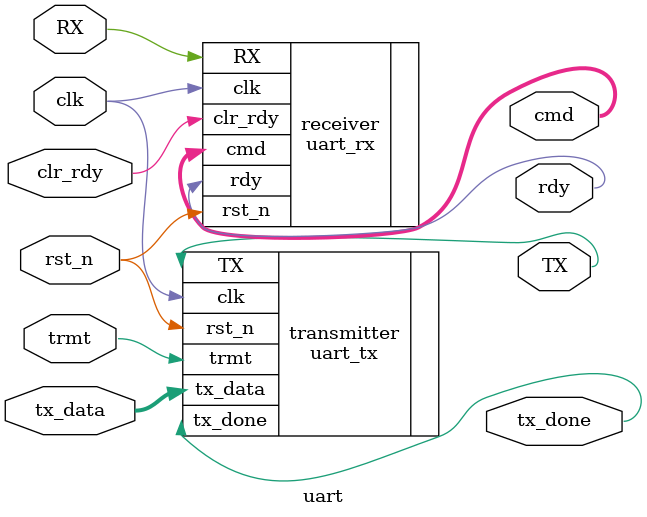
<source format=sv>
module uart(clk, rst_n, trmt, tx_data, TX, RX, tx_done, clr_rdy, cmd, rdy);

input logic clk, rst_n, trmt, RX, clr_rdy;
input logic [7:0] tx_data;
output logic rdy, TX, tx_done;
output logic [7:0] cmd;

// Instantiate transmitter and receiver
uart_tx transmitter (.clk(clk), .rst_n(rst_n), .trmt(trmt), .tx_data(tx_data), .TX(TX), .tx_done(tx_done) );
uart_rx receiver (.clk(clk), .rst_n(rst_n), .RX(RX), .clr_rdy(clr_rdy), .cmd(cmd), .rdy(rdy) );

endmodule

</source>
